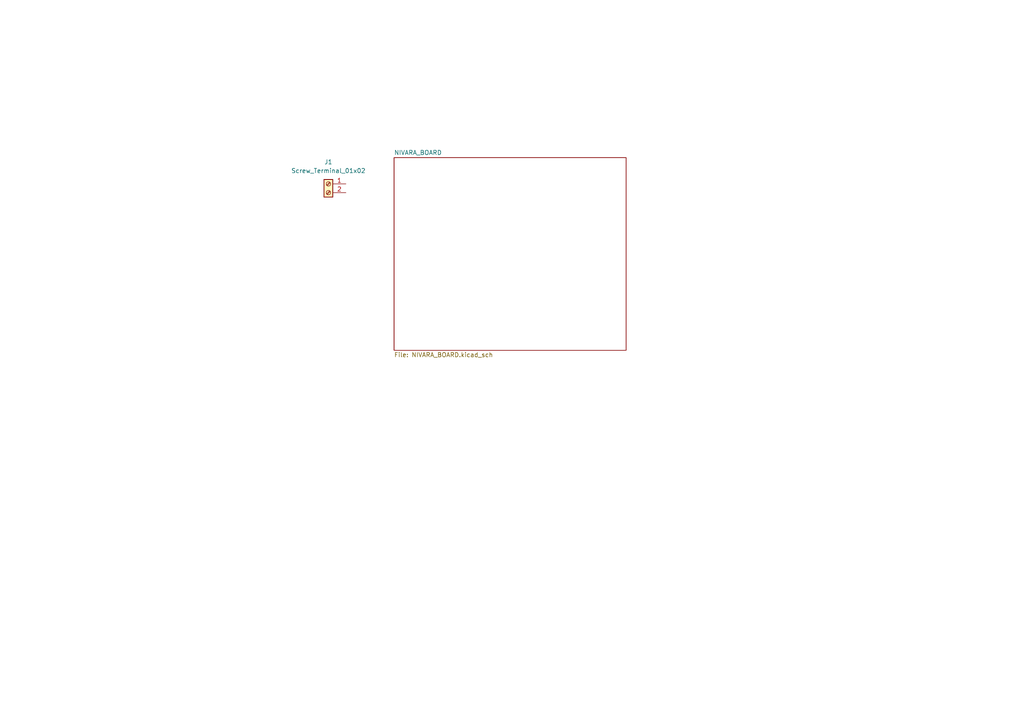
<source format=kicad_sch>
(kicad_sch (version 20250114) (generator "eeschema") (generator_version "9.0")
  (paper "A4")
  (lib_symbols
    (symbol "Connector:Screw_Terminal_01x02" (pin_names (offset 1.016) (hide yes))
      (property "Reference" "J" (at 0 2.54 0))
      (property "Value" "Screw_Terminal_01x02" (at 0 -5.08 0))
      (symbol "Screw_Terminal_01x02_1_1"
        (rectangle (start -1.27 1.27) (end 1.27 -3.81) (stroke (width 0.254)) (fill (type background)))
        (polyline (pts (xy -0.5334 0.3302) (xy 0.3302 -0.508)) (stroke (width 0.1524)))
        (polyline (pts (xy -0.5334 -2.2098) (xy 0.3302 -3.048)) (stroke (width 0.1524)))
        (polyline (pts (xy -0.3556 0.508) (xy 0.508 -0.3302)) (stroke (width 0.1524)))
        (polyline (pts (xy -0.3556 -2.032) (xy 0.508 -2.8702)) (stroke (width 0.1524)))
        (circle (center 0 0) (radius 0.635) (stroke (width 0.1524)))
        (circle (center 0 -2.54) (radius 0.635) (stroke (width 0.1524)))
        (pin passive line (at -5.08 0 0) (length 3.81) (name "Pin_1") (number "1"))
        (pin passive line (at -5.08 -2.54 0) (length 3.81) (name "Pin_2") (number "2"))
      )
    )
  )
  (symbol (lib_id "Connector:Screw_Terminal_01x02") (at 95.25 53.34 0) (mirror y) (unit 1)
    (property "Reference" "J1" (at 95.25 46.99 0))
    (property "Value" "Screw_Terminal_01x02" (at 95.25 49.53 0))
    (property "Description" "Generic screw terminal, single row, 01x02, script generated (kicad-library-utils/schlib/autogen/connector/)" (effects (hide yes)))
  )
  (sheet (at 114.3 45.72) (size 67.31 55.88) (stroke (width 0.1524))
    (property "Sheetname" "NIVARA_BOARD" (at 114.3 45.0084 0) (effects (justify left bottom)))
    (property "Sheetfile" "NIVARA_BOARD.kicad_sch" (at 114.3 102.1846 0) (effects (justify left top)))
  )
)
</source>
